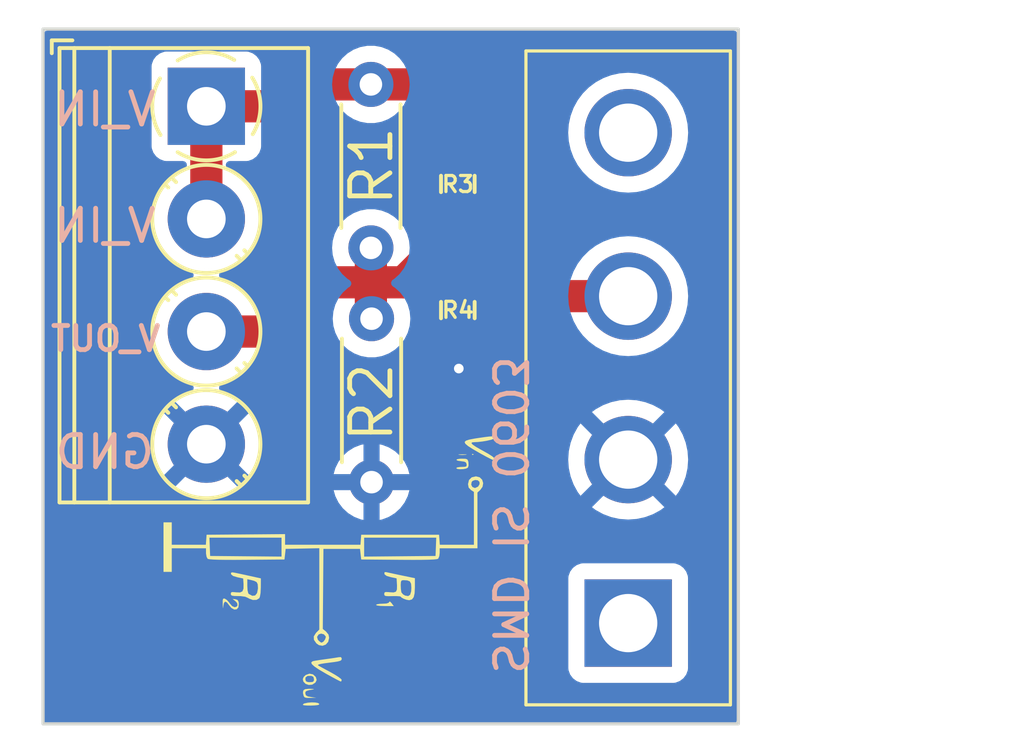
<source format=kicad_pcb>
(kicad_pcb (version 20221018) (generator pcbnew)
  (layers (0 "F.Cu" signal) (31 "B.Cu" power) (34 "B.Paste" user) (35 "F.Paste" user) (36 "B.SilkS" user "B.Silkscreen") (37 "F.SilkS" user "F.Silkscreen") (38 "B.Mask" user) (39 "F.Mask" user) (44 "Edge.Cuts" user))
  (net 0 "")
  (net 1 "GND")
  (net 2 "V In")
  (net 3 "V Out")
  (footprint "Resistor_THT:R_Axial_DIN0204_L3.6mm_D1.6mm_P5.08mm_Horizontal" (layer "F.Cu") (at 35.6 34.4 -90)
    (fp_text reference "R2" (at 2.6 0 90) (layer "F.SilkS") (effects (font (size 1.25 1.25))))
    (fp_text value "Solderable")
    (fp_line (start 0.62 -0.92) (end 4.46 -0.92) (stroke (width 0.12)) (layer "F.SilkS"))
    (fp_line (start 0.62 0.92) (end 4.46 0.92) (stroke (width 0.12)) (layer "F.SilkS"))
    (pad "1" thru_hole circle (at 0 0 270) (size 1.4 1.4) (drill 0.7) (layers "*.Cu" "*.Mask") (net 3 "V Out"))
    (pad "2" thru_hole oval (at 5.08 0 270) (size 1.4 1.4) (drill 0.7) (layers "*.Cu" "*.Mask") (net 1 "GND"))
  )
  (footprint "LOGO" (layer "F.Cu") (at 34.197606 42.341825 -90)
    (fp_text reference "G***" hide)
    (fp_text value "LOGO" hide)
    (fp_poly (pts (xy -3.714094 -4.569312) (xy -3.709707 -4.525815) (xy -3.714094 -4.520443) (xy -3.735883 -4.525474) (xy -3.738528 -4.544877) (xy -3.725118 -4.575046)) (fill solid) (layer "F.SilkS"))
    (fp_poly (pts (xy -3.712075 -4.334347) (xy -3.711965 -4.333471) (xy -3.70598 -4.213942) (xy -3.712339 -4.113557) (xy -3.719977 -4.093312) (xy -3.725309 -4.136922) (xy -3.727171 -4.233333) (xy -3.724968 -4.327393) (xy -3.719547 -4.363626)) (fill solid) (layer "F.SilkS"))
    (fp_poly (pts (xy 0.98961 -1.815997) (xy 0.985088 -1.676852) (xy 0.972836 -1.579792) (xy 0.954827 -1.539699) (xy 0.952958 -1.539394) (xy 0.93277 -1.572509) (xy 0.919457 -1.657829) (xy 0.916306 -1.738294) (xy 0.909132 -1.86805) (xy 0.886077 -1.93516) (xy 0.864678 -1.949044) (xy 0.844958 -1.971047) (xy 0.889003 -2.017331) (xy 0.90133 -2.026747) (xy 0.98961 -2.0926)) (fill solid) (layer "F.SilkS"))
    (fp_poly (pts (xy 4.052685 0.228635) (xy 4.067288 0.275633) (xy 4.076958 0.367552) (xy 4.081453 0.481745) (xy 4.080529 0.595565) (xy 4.073946 0.686365) (xy 4.061459 0.731499) (xy 4.058085 0.733056) (xy 4.022433 0.704083) (xy 4.01516 0.687229) (xy 3.991399 0.576604) (xy 3.982052 0.457659) (xy 3.985726 0.347388) (xy 4.001033 0.262784) (xy 4.02658 0.220841)) (fill solid) (layer "F.SilkS"))
    (fp_poly (pts (xy 3.84298 0.499693) (xy 3.842464 0.612681) (xy 3.827336 0.673336) (xy 3.790044 0.70229) (xy 3.766017 0.709943) (xy 3.690447 0.727263) (xy 3.641585 0.723564) (xy 3.601082 0.708771) (xy 3.571388 0.658981) (xy 3.559912 0.5459) (xy 3.560258 0.500914) (xy 3.565233 0.413455) (xy 3.572964 0.382288) (xy 3.579682 0.403175) (xy 3.603525 0.539065) (xy 3.626653 0.616585) (xy 3.65674 0.650187) (xy 3.701461 0.654322) (xy 3.712334 0.652957) (xy 3.766124 0.631364) (xy 3.797465 0.573138) (xy 3.81549 0.476479) (xy 3.837475 0.311544)) (fill solid) (layer "F.SilkS"))
    (fp_poly (pts (xy -3.311781 -4.393914) (xy -3.28368 -4.339993) (xy -3.266975 -4.251041) (xy -3.262601 -4.152893) (xy -3.271488 -4.071385) (xy -3.294572 -4.032353) (xy -3.298702 -4.031746) (xy -3.32042 -4.064536) (xy -3.333563 -4.147629) (xy -3.335354 -4.19923) (xy -3.338846 -4.301352) (xy -3.355631 -4.348149) (xy -3.395176 -4.357502) (xy -3.417821 -4.355002) (xy -3.472074 -4.334717) (xy -3.499826 -4.280307) (xy -3.511559 -4.187518) (xy -3.528362 -4.077021) (xy -3.552361 -4.035994) (xy -3.575636 -4.062177) (xy -3.590262 -4.153313) (xy -3.59192 -4.210426) (xy -3.588735 -4.318118) (xy -3.570898 -4.374293) (xy -3.525986 -4.400702) (xy -3.476716 -4.412146) (xy -3.375945 -4.416395)) (fill solid) (layer "F.SilkS"))
    (fp_poly (pts (xy 3.355883 0.33421) (xy 3.371857 0.348061) (xy 3.431489 0.440696) (xy 3.441263 0.547168) (xy 3.407506 0.645639) (xy 3.33655 0.714272) (xy 3.260276 0.733045) (xy 3.190963 0.704491) (xy 3.13057 0.641681) (xy 3.090192 0.526036) (xy 3.100742 0.469982) (xy 3.158357 0.469982) (xy 3.160659 0.586144) (xy 3.207007 0.64644) (xy 3.271048 0.653148) (xy 3.328204 0.631204) (xy 3.350986 0.572747) (xy 3.353679 0.513131) (xy 3.346833 0.426379) (xy 3.316026 0.390864) (xy 3.262049 0.384848) (xy 3.186957 0.404664) (xy 3.158357 0.469982) (xy 3.100742 0.469982) (xy 3.110917 0.415922) (xy 3.187352 0.333574) (xy 3.207933 0.322808) (xy 3.288409 0.301486)) (fill solid) (layer "F.SilkS"))
    (fp_poly (pts (xy 1.026389 2.730628) (xy 1.089156 2.782901) (xy 1.097776 2.860632) (xy 1.04926 2.948923) (xy 0.971738 3.01431) (xy 0.875842 3.089366) (xy 0.85049 3.145089) (xy 0.895717 3.182187) (xy 0.980447 3.198697) (xy 1.048328 3.207126) (xy 1.052209 3.21276) (xy 0.988381 3.217076) (xy 0.9289 3.219235) (xy 0.818888 3.22016) (xy 0.765841 3.209327) (xy 0.753622 3.180399) (xy 0.758968 3.152507) (xy 0.801275 3.086673) (xy 0.881688 3.016367) (xy 0.902146 3.002908) (xy 0.989142 2.927596) (xy 1.024969 2.849741) (xy 1.005371 2.785359) (xy 0.966594 2.760372) (xy 0.89643 2.770655) (xy 0.83686 2.825664) (xy 0.766794 2.913853) (xy 0.777408 2.822222) (xy 0.799192 2.756555) (xy 0.859109 2.726256) (xy 0.912462 2.71871)) (fill solid) (layer "F.SilkS"))
    (fp_poly (pts (xy -3.531764 -5.229984) (xy -3.541513 -5.192598) (xy -3.58218 -5.103769) (xy -3.647825 -4.975418) (xy -3.732507 -4.819465) (xy -3.766917 -4.75814) (xy -3.889575 -4.546078) (xy -3.984149 -4.398503) (xy -4.055762 -4.314552) (xy -4.10954 -4.293363) (xy -4.150606 -4.334073) (xy -4.184087 -4.435818) (xy -4.215107 -4.597737) (xy -4.228176 -4.680478) (xy -4.259926 -4.89593) (xy -4.278844 -5.049236) (xy -4.285103 -5.150391) (xy -4.278874 -5.20939) (xy -4.260327 -5.23623) (xy -4.237789 -5.24127) (xy -4.210235 -5.20777) (xy -4.179892 -5.119294) (xy -4.150498 -4.993883) (xy -4.12579 -4.849573) (xy -4.109504 -4.704404) (xy -4.105051 -4.600522) (xy -4.097484 -4.525156) (xy -4.07282 -4.505321) (xy -4.028117 -4.543792) (xy -3.960429 -4.643342) (xy -3.866814 -4.806746) (xy -3.846344 -4.844333) (xy -3.741678 -5.030509) (xy -3.661524 -5.155163) (xy -3.601211 -5.224018) (xy -3.556073 -5.242797)) (fill solid) (layer "F.SilkS"))
    (fp_poly (pts (xy 3.329773 -0.460982) (xy 3.334837 -0.44899) (xy 3.317589 -0.40864) (xy 3.270645 -0.317058) (xy 3.20061 -0.186698) (xy 3.114088 -0.030015) (xy 3.087255 0.017859) (xy 2.965215 0.226061) (xy 2.868964 0.36931) (xy 2.795821 0.450204) (xy 2.743104 0.47134) (xy 2.708133 0.435314) (xy 2.696414 0.396447) (xy 2.682818 0.320274) (xy 2.663617 0.195811) (xy 2.642544 0.047478) (xy 2.638598 0.018326) (xy 2.617303 -0.134687) (xy 2.596953 -0.271326) (xy 2.581434 -0.365651) (xy 2.579542 -0.375685) (xy 2.574664 -0.449258) (xy 2.607505 -0.475031) (xy 2.630173 -0.476479) (xy 2.663847 -0.468198) (xy 2.688745 -0.434694) (xy 2.709034 -0.362972) (xy 2.728882 -0.240039) (xy 2.744198 -0.121018) (xy 2.768272 0.062497) (xy 2.788171 0.181667) (xy 2.805997 0.24518) (xy 2.823854 0.261726) (xy 2.83482 0.253511) (xy 2.856212 0.216909) (xy 2.90454 0.129398) (xy 2.972257 0.00476) (xy 3.038909 -0.11912) (xy 3.120619 -0.26324) (xy 3.195089 -0.379542) (xy 3.253263 -0.454757) (xy 3.282876 -0.476479)) (fill solid) (layer "F.SilkS"))
    (fp_poly (pts (xy 0.408913 2.03587) (xy 0.582211 2.043979) (xy 0.701886 2.06486) (xy 0.74775 2.086173) (xy 0.796549 2.169671) (xy 0.799949 2.282984) (xy 0.758401 2.398734) (xy 0.742207 2.423268) (xy 0.698523 2.521358) (xy 0.679465 2.670001) (xy 0.678066 2.739746) (xy 0.675372 2.866151) (xy 0.664025 2.935581) (xy 0.639125 2.964273) (xy 0.608943 2.968823) (xy 0.567183 2.95983) (xy 0.552284 2.920284) (xy 0.558762 2.831352) (xy 0.561946 2.807403) (xy 0.566653 2.682012) (xy 0.531864 2.60734) (xy 0.447474 2.574081) (xy 0.30702 2.572695) (xy 0.131866 2.583983) (xy 0.093263 2.766773) (xy 0.054473 2.895829) (xy 0.006086 2.956539) (xy -0.008928 2.961808) (xy -0.050026 2.9591) (xy -0.058677 2.916353) (xy -0.048675 2.852323) (xy -0.030249 2.762745) (xy -0.000909 2.625007) (xy 0.034336 2.462503) (xy 0.035829 2.4557) (xy 0.154328 2.4557) (xy 0.365894 2.4557) (xy 0.498916 2.44773) (xy 0.58882 2.426194) (xy 0.61291 2.409885) (xy 0.670075 2.299926) (xy 0.659686 2.212239) (xy 0.585596 2.152527) (xy 0.451659 2.126498) (xy 0.421045 2.12583) (xy 0.309893 2.132983) (xy 0.244722 2.166002) (xy 0.205426 2.242226) (xy 0.182286 2.33174) (xy 0.154328 2.4557) (xy 0.035829 2.4557) (xy 0.05192 2.382395) (xy 0.128675 2.034199)) (fill solid) (layer "F.SilkS"))
    (fp_poly (pts (xy 0.591579 -2.740259) (xy 0.713726 -2.71153) (xy 0.782236 -2.658604) (xy 0.806066 -2.57735) (xy 0.806349 -2.564763) (xy 0.793088 -2.486521) (xy 0.761481 -2.398931) (xy 0.723788 -2.330626) (xy 0.696863 -2.309091) (xy 0.685812 -2.27557) (xy 0.679663 -2.187349) (xy 0.679641 -2.06294) (xy 0.679924 -2.052525) (xy 0.682029 -1.917959) (xy 0.675822 -1.840848) (xy 0.657251 -1.80547) (xy 0.622265 -1.796098) (xy 0.613825 -1.79596) (xy 0.569038 -1.804391) (xy 0.55175 -1.842429) (xy 0.555406 -1.929194) (xy 0.558455 -1.957477) (xy 0.565683 -2.086167) (xy 0.54234 -2.159505) (xy 0.475263 -2.190804) (xy 0.351288 -2.193379) (xy 0.3265 -2.192084) (xy 0.128481 -2.180808) (xy 0.089789 -1.997675) (xy 0.053331 -1.87285) (xy 0.007864 -1.811222) (xy -0.015988 -1.801623) (xy -0.063208 -1.805339) (xy -0.066511 -1.855335) (xy -0.062214 -1.874799) (xy -0.046325 -1.945356) (xy -0.01971 -2.06866) (xy 0.013553 -2.225666) (xy 0.040582 -2.354906) (xy 0.048204 -2.391558) (xy 0.183761 -2.391558) (xy 0.192021 -2.34011) (xy 0.230559 -2.315967) (xy 0.318768 -2.309224) (xy 0.345198 -2.309091) (xy 0.459466 -2.314209) (xy 0.549418 -2.327011) (xy 0.567919 -2.332416) (xy 0.626554 -2.38252) (xy 0.663336 -2.446831) (xy 0.678568 -2.540988) (xy 0.636246 -2.601903) (xy 0.532012 -2.633035) (xy 0.421287 -2.638961) (xy 0.295184 -2.629983) (xy 0.22334 -2.592855) (xy 0.191078 -2.51229) (xy 0.183761 -2.391558) (xy 0.048204 -2.391558) (xy 0.12252 -2.748918) (xy 0.406838 -2.748918)) (fill solid) (layer "F.SilkS"))
    (fp_poly (pts (xy -2.718608 -4.850486) (xy -2.623845 -4.783117) (xy -2.538925 -4.691486) (xy -1.672637 -4.691486) (xy -0.80635 -4.691486) (xy -0.80635 -4.105051) (xy -0.80635 -3.518615) (xy -0.664228 -3.518615) (xy -0.56155 -3.50643) (xy -0.488793 -3.476332) (xy -0.480446 -3.468416) (xy -0.467804 -3.426604) (xy -0.458174 -3.332671) (xy -0.45145 -3.182608) (xy -0.447527 -2.972405) (xy -0.446299 -2.698052) (xy -0.447661 -2.35554) (xy -0.448469 -2.249729) (xy -0.458153 -1.081241) (xy -0.623088 -1.062915) (xy -0.788023 -1.044589) (xy -0.788023 -0.476479) (xy -0.788023 0.091631) (xy 0.45638 0.10129) (xy 1.700783 0.11095) (xy 1.779114 0.012714) (xy 1.874752 -0.066457) (xy 1.975056 -0.085522) (xy 2.100834 -0.056708) (xy 2.186245 0.017738) (xy 2.223353 0.119818) (xy 2.204224 0.231538) (xy 2.149332 0.3097) (xy 2.03911 0.387085) (xy 1.932322 0.391738) (xy 1.823504 0.323689) (xy 1.810953 0.311544) (xy 1.719323 0.219913) (xy 0.45548 0.219913) (xy -0.808362 0.219913) (xy -0.798193 0.742208) (xy -0.788023 1.264502) (xy -0.623088 1.282828) (xy -0.458153 1.301154) (xy -0.448469 2.469642) (xy -0.446418 2.831447) (xy -0.446929 3.123998) (xy -0.450106 3.351306) (xy -0.456056 3.517379) (xy -0.464883 3.626228) (xy -0.476692 3.681863) (xy -0.480446 3.688329) (xy -0.542079 3.721025) (xy -0.641296 3.7379) (xy -0.664228 3.738528) (xy -0.80635 3.738528) (xy -0.80635 4.269986) (xy -0.80635 4.801443) (xy -0.439827 4.801443) (xy -0.073305 4.801443) (xy -0.073305 4.929726) (xy -0.073305 5.058009) (xy -0.843002 5.058009) (xy -1.612699 5.058009) (xy -1.612699 4.929726) (xy -1.612699 4.801443) (xy -1.264502 4.801443) (xy -0.916306 4.801443) (xy -0.916306 4.272093) (xy -0.916306 3.742743) (xy -1.072078 3.731473) (xy -1.22785 3.720202) (xy -1.237507 2.501515) (xy -1.246294 1.392785) (xy -1.13622 1.392785) (xy -1.13622 2.51222) (xy -1.13622 3.631655) (xy -0.852165 3.62095) (xy -0.56811 3.610245) (xy -0.558409 2.501515) (xy -0.548709 1.392785) (xy -0.842464 1.392785) (xy -1.13622 1.392785) (xy -1.246294 1.392785) (xy -1.247165 1.282828) (xy -1.081735 1.282828) (xy -0.916306 1.282828) (xy -0.916306 0.16479) (xy 1.844578 0.16479) (xy 1.870723 0.239998) (xy 1.946959 0.289447) (xy 2.031362 0.266553) (xy 2.068233 0.235622) (xy 2.114325 0.178128) (xy 2.125829 0.149672) (xy 2.095701 0.093098) (xy 2.027516 0.041761) (xy 1.954579 0.017677) (xy 1.930938 0.020828) (xy 1.866751 0.07849) (xy 1.844578 0.16479) (xy -0.916306 0.16479) (xy -0.916306 0.112064) (xy -0.916306 -1.0587) (xy -1.072078 -1.069971) (xy -1.22785 -1.081241) (xy -1.22785 -2.290765) (xy -1.22785 -3.411742) (xy -1.13622 -3.411742) (xy -1.13622 -2.292307) (xy -1.13622 -1.172872) (xy -0.842464 -1.172872) (xy -0.548709 -1.172872) (xy -0.558409 -2.281602) (xy -0.56811 -3.390332) (xy -0.852165 -3.401037) (xy -1.13622 -3.411742) (xy -1.22785 -3.411742) (xy -1.22785 -3.500289) (xy -1.072078 -3.511559) (xy -0.916306 -3.52283) (xy -0.916306 -4.05218) (xy -0.916306 -4.58153) (xy -1.736766 -4.58153) (xy -2.557226 -4.58153) (xy -2.617265 -4.489899) (xy -2.692114 -4.418371) (xy -2.799061 -4.398268) (xy -2.928419 -4.428305) (xy -3.012043 -4.513101) (xy -3.036777 -4.621271) (xy -2.929406 -4.621271) (xy -2.90215 -4.543794) (xy -2.868984 -4.513154) (xy -2.784328 -4.497676) (xy -2.713189 -4.533488) (xy -2.681396 -4.604946) (xy -2.682552 -4.626082) (xy -2.724249 -4.712355) (xy -2.801755 -4.758065) (xy -2.872219 -4.753448) (xy -2.919578 -4.702177) (xy -2.929406 -4.621271) (xy -3.036777 -4.621271) (xy -3.042132 -4.644691) (xy -3.042136 -4.646479) (xy -3.012454 -4.76179) (xy -2.936024 -4.838349) (xy -2.831768 -4.869974)) (fill solid) (layer "F.SilkS"))
  )
  (footprint "TerminalBlock_Phoenix:TerminalBlock_Phoenix_PT-1,5-4-3.5-H_1x04_P3.50mm_Horizontal" (layer "F.Cu") (at 30.47 27.8 -90)
    (fp_text reference "J2" hide)
    (fp_text value "Screw_Terminal_01x04")
    (fp_line (start -2.05 4.16) (end -2.05 4.8) (stroke (width 0.12)) (layer "F.SilkS"))
    (fp_line (start -2.05 4.8) (end -1.65 4.8) (stroke (width 0.12)) (layer "F.SilkS"))
    (fp_line (start -1.81 -3.16) (end -1.81 4.56) (stroke (width 0.12)) (layer "F.SilkS"))
    (fp_line (start -1.81 -3.16) (end 12.31 -3.16) (stroke (width 0.12)) (layer "F.SilkS"))
    (fp_line (start -1.81 3) (end 12.31 3) (stroke (width 0.12)) (layer "F.SilkS"))
    (fp_line (start -1.81 4.1) (end 12.31 4.1) (stroke (width 0.12)) (layer "F.SilkS"))
    (fp_line (start -1.81 4.56) (end 12.31 4.56) (stroke (width 0.12)) (layer "F.SilkS"))
    (fp_line (start 2.355 0.941) (end 2.226 1.069) (stroke (width 0.12)) (layer "F.SilkS"))
    (fp_line (start 2.525 1.181) (end 2.431 1.274) (stroke (width 0.12)) (layer "F.SilkS"))
    (fp_line (start 4.57 -1.275) (end 4.476 -1.181) (stroke (width 0.12)) (layer "F.SilkS"))
    (fp_line (start 4.775 -1.069) (end 4.646 -0.941) (stroke (width 0.12)) (layer "F.SilkS"))
    (fp_line (start 5.855 0.941) (end 5.726 1.069) (stroke (width 0.12)) (layer "F.SilkS"))
    (fp_line (start 6.025 1.181) (end 5.931 1.274) (stroke (width 0.12)) (layer "F.SilkS"))
    (fp_line (start 8.07 -1.275) (end 7.976 -1.181) (stroke (width 0.12)) (layer "F.SilkS"))
    (fp_line (start 8.275 -1.069) (end 8.146 -0.941) (stroke (width 0.12)) (layer "F.SilkS"))
    (fp_line (start 9.355 0.941) (end 9.226 1.069) (stroke (width 0.12)) (layer "F.SilkS"))
    (fp_line (start 9.525 1.181) (end 9.431 1.274) (stroke (width 0.12)) (layer "F.SilkS"))
    (fp_line (start 11.57 -1.275) (end 11.476 -1.181) (stroke (width 0.12)) (layer "F.SilkS"))
    (fp_line (start 11.775 -1.069) (end 11.646 -0.941) (stroke (width 0.12)) (layer "F.SilkS"))
    (fp_line (start 12.31 -3.16) (end 12.31 4.56) (stroke (width 0.12)) (layer "F.SilkS"))
    (fp_arc (start -1.425358 0.889894) (mid -1.680286 0.014012) (end -1.44 -0.866) (stroke (width 0.12)) (layer "F.SilkS"))
    (fp_arc (start -0.889894 -1.425358) (mid -0.014012 -1.680286) (end 0.866 -1.44) (stroke (width 0.12)) (layer "F.SilkS"))
    (fp_arc (start 0.028674 1.680099) (mid -0.435535 1.622918) (end -0.866 1.44) (stroke (width 0.12)) (layer "F.SilkS"))
    (fp_arc (start 0.890264 1.424721) (mid 0.463071 1.61492) (end 0 1.68) (stroke (width 0.12)) (layer "F.SilkS"))
    (fp_arc (start 1.425504 -0.890193) (mid 1.680626 0.000476) (end 1.425 0.891) (stroke (width 0.12)) (layer "F.SilkS"))
    (fp_circle (center 3.5 0) (end 5.18 0) (stroke (width 0.12)) (fill none) (layer "F.SilkS"))
    (fp_circle (center 7 0) (end 8.68 0) (stroke (width 0.12)) (fill none) (layer "F.SilkS"))
    (fp_circle (center 10.5 0) (end 12.18 0) (stroke (width 0.12)) (fill none) (layer "F.SilkS"))
    (pad "1" thru_hole rect (at 0 0 270) (size 2.4 2.4) (drill 1.2) (layers "*.Cu" "*.Mask") (net 2 "V In"))
    (pad "2" thru_hole circle (at 3.5 0 270) (size 2.4 2.4) (drill 1.2) (layers "*.Cu" "*.Mask") (net 2 "V In"))
    (pad "3" thru_hole circle (at 7 0 270) (size 2.4 2.4) (drill 1.2) (layers "*.Cu" "*.Mask") (net 3 "V Out"))
    (pad "4" thru_hole circle (at 10.5 0 270) (size 2.4 2.4) (drill 1.2) (layers "*.Cu" "*.Mask") (net 1 "GND"))
  )
  (footprint "Resistor_SMD:R_0603_1608Metric_Pad0.98x0.95mm_HandSolder" (layer "F.Cu") (at 38.28 34.1325 -90)
    (fp_text reference "R4" (at 0 0) (layer "F.SilkS") (effects (font (size 0.5 0.5) (thickness 0.1) bold)))
    (fp_text value "Solderable")
    (fp_line (start -0.254724 -0.5225) (end 0.254724 -0.5225) (stroke (width 0.12)) (layer "F.SilkS"))
    (fp_line (start -0.254724 0.5225) (end 0.254724 0.5225) (stroke (width 0.12)) (layer "F.SilkS"))
    (pad "1" smd roundrect (at -0.9125 0 270) (size 0.975 0.95) (layers "F.Cu" "F.Paste" "F.Mask") (net 3 "V Out"))
    (pad "2" smd roundrect (at 0.9125 0 270) (size 0.975 0.95) (layers "F.Cu" "F.Paste" "F.Mask") (net 1 "GND"))
  )
  (footprint "Resistor_THT:R_Axial_DIN0204_L3.6mm_D1.6mm_P5.08mm_Horizontal" (layer "F.Cu") (at 35.58 27.12 -90)
    (fp_text reference "R1" (at 2.54 -0.02 90) (layer "F.SilkS") (effects (font (size 1.25 1.25))))
    (fp_text value "Solderable")
    (fp_line (start 0.62 -0.92) (end 4.46 -0.92) (stroke (width 0.12)) (layer "F.SilkS"))
    (fp_line (start 0.62 0.92) (end 4.46 0.92) (stroke (width 0.12)) (layer "F.SilkS"))
    (pad "1" thru_hole circle (at 0 0 270) (size 1.4 1.4) (drill 0.7) (layers "*.Cu" "*.Mask") (net 2 "V In"))
    (pad "2" thru_hole oval (at 5.08 0 270) (size 1.4 1.4) (drill 0.7) (layers "*.Cu" "*.Mask") (net 3 "V Out"))
  )
  (footprint "FWS-04-02-T-S-RA:FWS0402TSRA" (layer "F.Cu") (at 43.57 43.86 -90)
    (fp_text reference "J1" hide)
    (fp_text value "FWS-04-02-T-S-RA" hide)
    (fp_line (start -17.78 -3.175) (end 2.54 -3.175) (stroke (width 0.1)) (layer "F.SilkS"))
    (fp_line (start -17.78 3.175) (end -17.78 -3.175) (stroke (width 0.1)) (layer "F.SilkS"))
    (fp_line (start 2.54 -3.175) (end 2.54 3.175) (stroke (width 0.1)) (layer "F.SilkS"))
    (fp_line (start 2.54 3.175) (end -17.78 3.175) (stroke (width 0.1)) (layer "F.SilkS"))
    (pad "1" thru_hole rect (at 0 0 270) (size 2.715 2.715) (drill 1.81) (layers "*.Cu" "*.Mask"))
    (pad "2" thru_hole circle (at -5.08 0 270) (size 2.715 2.715) (drill 1.81) (layers "*.Cu" "*.Mask") (net 1 "GND"))
    (pad "3" thru_hole circle (at -10.16 0 270) (size 2.715 2.715) (drill 1.81) (layers "*.Cu" "*.Mask") (net 3 "V Out"))
    (pad "4" thru_hole circle (at -15.24 0 270) (size 2.715 2.715) (drill 1.81) (layers "*.Cu" "*.Mask"))
  )
  (footprint "Resistor_SMD:R_0603_1608Metric_Pad0.98x0.95mm_HandSolder" (layer "F.Cu") (at 38.28 30.2125 -90)
    (fp_text reference "R3" (at 0.01 0) (layer "F.SilkS") (effects (font (size 0.5 0.5) (thickness 0.1) bold)))
    (fp_text value "Solderable")
    (fp_line (start -0.254724 -0.5225) (end 0.254724 -0.5225) (stroke (width 0.12)) (layer "F.SilkS"))
    (fp_line (start -0.254724 0.5225) (end 0.254724 0.5225) (stroke (width 0.12)) (layer "F.SilkS"))
    (pad "1" smd roundrect (at -0.9125 0 270) (size 0.975 0.95) (layers "F.Cu" "F.Paste" "F.Mask") (net 2 "V In"))
    (pad "2" smd roundrect (at 0.9125 0 270) (size 0.975 0.95) (layers "F.Cu" "F.Paste" "F.Mask") (net 3 "V Out"))
  )
  (gr_rect (start 25.4 25.4) (end 46.99 46.99) (stroke (width 0.1)) (fill none) (layer "Edge.Cuts"))
  (gr_text "V_IN" (at 28.987857 32.098043) (layer "B.SilkS") (effects (font (size 1 1)) (justify left bottom mirror)))
  (gr_text "SMD IS 0603" (at 39.29 45.53 -90) (layer "B.SilkS") (effects (font (size 1 1)) (justify left bottom mirror)))
  (gr_text "GND" (at 28.940238 39.129233) (layer "B.SilkS") (effects (font (size 1 1)) (justify left bottom mirror)))
  (gr_text "V_IN" (at 28.987857 28.47961) (layer "B.SilkS") (effects (font (size 1 1)) (justify left bottom mirror)))
  (gr_text "V_OUT" (at 29.12 35.46) (layer "B.SilkS") (effects (font (size 0.75 0.75)) (justify left bottom mirror)))
  (segment (start 38.28 35.92) (end 38.28 35.045) (width 1) (layer "F.Cu") (net 1))
  (segment (start 38.31 35.95) (end 38.28 35.92) (width 1) (layer "F.Cu") (net 1))
  (via (at 38.31 35.95) (size 0.7) (drill 0.3) (layers "F.Cu" "B.Cu") (net 1))
  (segment (start 30.47 31.3) (end 30.47 27.8) (width 1) (layer "F.Cu") (net 2))
  (segment (start 33.44 27.12) (end 35.58 27.12) (width 1) (layer "F.Cu") (net 2))
  (segment (start 38.28 28.39) (end 38.28 29.3) (width 1) (layer "F.Cu") (net 2))
  (segment (start 37.01 27.12) (end 38.28 28.39) (width 1) (layer "F.Cu") (net 2))
  (segment (start 32.76 27.8) (end 33.44 27.12) (width 1) (layer "F.Cu") (net 2))
  (segment (start 30.47 27.8) (end 32.76 27.8) (width 1) (layer "F.Cu") (net 2))
  (segment (start 35.58 27.12) (end 37.01 27.12) (width 1) (layer "F.Cu") (net 2))
  (segment (start 33.89 33.27) (end 35.58 33.27) (width 1) (layer "F.Cu") (net 3))
  (segment (start 39.75 32.16) (end 41.29 33.7) (width 1) (layer "F.Cu") (net 3))
  (segment (start 35.58 32.2) (end 35.58 33.27) (width 1) (layer "F.Cu") (net 3))
  (segment (start 38.28 32.16) (end 38.28 33.22) (width 1) (layer "F.Cu") (net 3))
  (segment (start 30.47 34.8) (end 32.36 34.8) (width 1) (layer "F.Cu") (net 3))
  (segment (start 41.29 33.7) (end 43.57 33.7) (width 1) (layer "F.Cu") (net 3))
  (segment (start 35.58 33.27) (end 35.58 34.38) (width 1) (layer "F.Cu") (net 3))
  (segment (start 35.58 34.38) (end 35.6 34.4) (width 1) (layer "F.Cu") (net 3))
  (segment (start 36.6 33.27) (end 37.71 32.16) (width 1) (layer "F.Cu") (net 3))
  (segment (start 32.36 34.8) (end 33.89 33.27) (width 1) (layer "F.Cu") (net 3))
  (segment (start 37.71 32.16) (end 38.28 32.16) (width 1) (layer "F.Cu") (net 3))
  (segment (start 38.28 31.125) (end 38.28 32.16) (width 1) (layer "F.Cu") (net 3))
  (segment (start 38.28 32.16) (end 39.75 32.16) (width 1) (layer "F.Cu") (net 3))
  (segment (start 35.58 33.27) (end 36.6 33.27) (width 1) (layer "F.Cu") (net 3))
  (zone (net 1) (net_name "GND") (layer "B.Cu") (connect_pads (clearance 0.5)) (min_thickness 0.25) (fill yes (thermal_gap 0.5) (thermal_bridge_width 0.5))
    (polygon (pts (xy 25.41 25.445) (xy 46.97 25.445) (xy 46.95 47.035) (xy 25.39 47.025)))
  )
)
</source>
